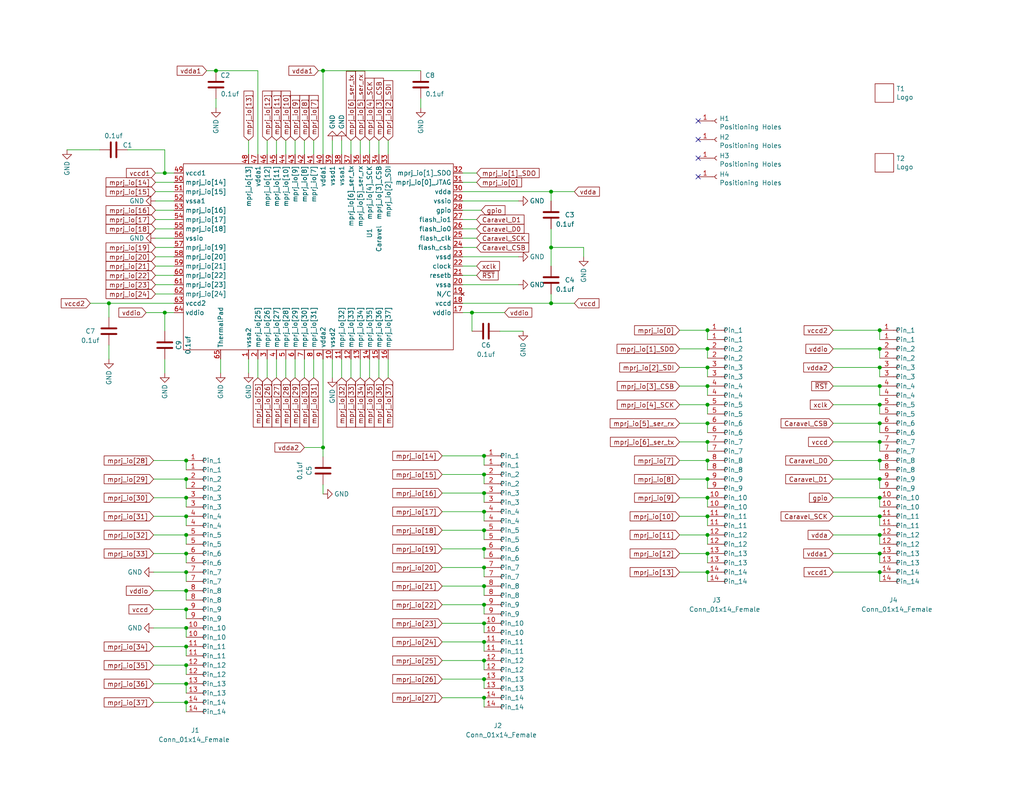
<source format=kicad_sch>
(kicad_sch (version 20211123) (generator eeschema)
  (paper "A")
  (lib_symbols
    (symbol "Caravel:Logo" (pin_names (offset 1.016))
      (property "Reference" "T" (at -1.27 2.54 0))
      (property "Value" "Logo" (at 1.27 -1.27 0))
      (symbol "Logo_0_1"
        (rectangle (start -1.27 1.27) (end 3.81 -3.81))
      )
    )
    (symbol "Caravel_board:Caravel"
      (property "Reference" "U" (at 0 0 0))
      (property "Value" "Caravel" (at 0 0 0))
      (symbol "Caravel_0_1"
        (rectangle (start -26.67 40.64) (end 24.13 -33.02))
      )
      (symbol "Caravel_1_1"
        (pin power_in line (at -29.21 22.86 0) (length 2.54) (name "vssa2") (number "1"))
        (pin power_in line (at -29.21 0 0) (length 2.54) (name "vssd2") (number "10"))
        (pin bidirectional line (at -29.21 -2.54 0) (length 2.54) (name "mprj_io[32]") (number "11"))
        (pin bidirectional line (at -29.21 -5.08 0) (length 2.54) (name "mprj_io[33]") (number "12"))
        (pin bidirectional line (at -29.21 -7.62 0) (length 2.54) (name "mprj_io[34]") (number "13"))
        (pin bidirectional line (at -29.21 -10.16 0) (length 2.54) (name "mprj_io[35]") (number "14"))
        (pin bidirectional line (at -29.21 -12.7 0) (length 2.54) (name "mprj_io[36]") (number "15"))
        (pin bidirectional line (at -29.21 -15.24 0) (length 2.54) (name "mprj_io[37]") (number "16"))
        (pin power_in line (at -16.51 -35.56 90) (length 2.54) (name "vddio") (number "17"))
        (pin power_in line (at -13.97 -35.56 90) (length 2.54) (name "vccd") (number "18"))
        (pin no_connect line (at -11.43 -35.56 90) (length 2.54) (name "N/C") (number "19"))
        (pin bidirectional line (at -29.21 20.32 0) (length 2.54) (name "mprj_io[25]") (number "2"))
        (pin power_in line (at -8.89 -35.56 90) (length 2.54) (name "vssa") (number "20"))
        (pin input line (at -6.35 -35.56 90) (length 2.54) (name "resetb") (number "21"))
        (pin input line (at -3.81 -35.56 90) (length 2.54) (name "clock") (number "22"))
        (pin power_in line (at -1.27 -35.56 90) (length 2.54) (name "vssd") (number "23"))
        (pin output line (at 1.27 -35.56 90) (length 2.54) (name "flash_csb") (number "24"))
        (pin output line (at 3.81 -35.56 90) (length 2.54) (name "flash_clk") (number "25"))
        (pin bidirectional line (at 6.35 -35.56 90) (length 2.54) (name "flash_io0") (number "26"))
        (pin bidirectional line (at 8.89 -35.56 90) (length 2.54) (name "flash_io1") (number "27"))
        (pin bidirectional line (at 11.43 -35.56 90) (length 2.54) (name "gpio") (number "28"))
        (pin power_in line (at 13.97 -35.56 90) (length 2.54) (name "vssio") (number "29"))
        (pin bidirectional line (at -29.21 17.78 0) (length 2.54) (name "mprj_io[26]") (number "3"))
        (pin power_in line (at 16.51 -35.56 90) (length 2.54) (name "vdda") (number "30"))
        (pin bidirectional line (at 19.05 -35.56 90) (length 2.54) (name "mprj_io[0]_JTAG") (number "31"))
        (pin bidirectional line (at 21.59 -35.56 90) (length 2.54) (name "mprj_io[1]_SDO") (number "32"))
        (pin bidirectional line (at 26.67 -15.24 180) (length 2.54) (name "mprj_io[2]_SDI") (number "33"))
        (pin bidirectional line (at 26.67 -12.7 180) (length 2.54) (name "mprj_io[3]_CSB") (number "34"))
        (pin bidirectional line (at 26.67 -10.16 180) (length 2.54) (name "mprj_io[4]_SCK") (number "35"))
        (pin bidirectional line (at 26.67 -7.62 180) (length 2.54) (name "mprj_io[5]_ser_rx") (number "36"))
        (pin bidirectional line (at 26.67 -5.08 180) (length 2.54) (name "mprj_io[6]_ser_tx") (number "37"))
        (pin power_in line (at 26.67 -2.54 180) (length 2.54) (name "vssa1") (number "38"))
        (pin power_in line (at 26.67 0 180) (length 2.54) (name "vssd1") (number "39"))
        (pin bidirectional line (at -29.21 15.24 0) (length 2.54) (name "mprj_io[27]") (number "4"))
        (pin power_in line (at 26.67 2.54 180) (length 2.54) (name "vdda1") (number "40"))
        (pin bidirectional line (at 26.67 5.08 180) (length 2.54) (name "mprj_io[7]") (number "41"))
        (pin bidirectional line (at 26.67 7.62 180) (length 2.54) (name "mprj_io[8]") (number "42"))
        (pin bidirectional line (at 26.67 10.16 180) (length 2.54) (name "mprj_io[9]") (number "43"))
        (pin bidirectional line (at 26.67 12.7 180) (length 2.54) (name "mprj_io[10]") (number "44"))
        (pin bidirectional line (at 26.67 15.24 180) (length 2.54) (name "mprj_io[11]") (number "45"))
        (pin bidirectional line (at 26.67 17.78 180) (length 2.54) (name "mprj_io[12]") (number "46"))
        (pin power_in line (at 26.67 20.32 180) (length 2.54) (name "vdda1") (number "47"))
        (pin bidirectional line (at 26.67 22.86 180) (length 2.54) (name "mprj_io[13]") (number "48"))
        (pin power_in line (at 21.59 43.18 270) (length 2.54) (name "vccd1") (number "49"))
        (pin bidirectional line (at -29.21 12.7 0) (length 2.54) (name "mprj_io[28]") (number "5"))
        (pin bidirectional line (at 19.05 43.18 270) (length 2.54) (name "mprj_io[14]") (number "50"))
        (pin bidirectional line (at 16.51 43.18 270) (length 2.54) (name "mprj_io[15]") (number "51"))
        (pin power_in line (at 13.97 43.18 270) (length 2.54) (name "vssa1") (number "52"))
        (pin bidirectional line (at 11.43 43.18 270) (length 2.54) (name "mprj_io[16]") (number "53"))
        (pin bidirectional line (at 8.89 43.18 270) (length 2.54) (name "mprj_io[17]") (number "54"))
        (pin bidirectional line (at 6.35 43.18 270) (length 2.54) (name "mprj_io[18]") (number "55"))
        (pin power_in line (at 3.81 43.18 270) (length 2.54) (name "vssio") (number "56"))
        (pin bidirectional line (at 1.27 43.18 270) (length 2.54) (name "mprj_io[19]") (number "57"))
        (pin bidirectional line (at -1.27 43.18 270) (length 2.54) (name "mprj_io[20]") (number "58"))
        (pin bidirectional line (at -3.81 43.18 270) (length 2.54) (name "mprj_io[21]") (number "59"))
        (pin bidirectional line (at -29.21 10.16 0) (length 2.54) (name "mprj_io[29]") (number "6"))
        (pin bidirectional line (at -6.35 43.18 270) (length 2.54) (name "mprj_io[22]") (number "60"))
        (pin bidirectional line (at -8.89 43.18 270) (length 2.54) (name "mprj_io[23]") (number "61"))
        (pin bidirectional line (at -11.43 43.18 270) (length 2.54) (name "mprj_io[24]") (number "62"))
        (pin power_in line (at -13.97 43.18 270) (length 2.54) (name "vccd2") (number "63"))
        (pin power_in line (at -16.51 43.18 270) (length 2.54) (name "vddio") (number "64"))
        (pin power_in line (at -29.21 30.48 0) (length 2.54) (name "ThermalPad") (number "65"))
        (pin bidirectional line (at -29.21 7.62 0) (length 2.54) (name "mprj_io[30]") (number "7"))
        (pin bidirectional line (at -29.21 5.08 0) (length 2.54) (name "mprj_io[31]") (number "8"))
        (pin power_in line (at -29.21 2.54 0) (length 2.54) (name "vdda2") (number "9"))
      )
    )
    (symbol "Caravel_board:caravel_breakout_connectors_1x14"
      (property "Reference" "J" (at 0 -30.48 0))
      (property "Value" "caravel_breakout_connectors_1x14" (at 0 0 0))
      (symbol "caravel_breakout_connectors_1x14_1_1"
        (arc (start 0 -32.512) (mid -0.508 -33.02) (end 0 -33.528) (stroke (width 0.1524)))
        (arc (start 0 -29.972) (mid -0.508 -30.48) (end 0 -30.988) (stroke (width 0.1524)))
        (arc (start 0 -27.432) (mid -0.508 -27.94) (end 0 -28.448) (stroke (width 0.1524)))
        (arc (start 0 -24.892) (mid -0.508 -25.4) (end 0 -25.908) (stroke (width 0.1524)))
        (arc (start 0 -22.352) (mid -0.508 -22.86) (end 0 -23.368) (stroke (width 0.1524)))
        (arc (start 0 -19.812) (mid -0.508 -20.32) (end 0 -20.828) (stroke (width 0.1524)))
        (arc (start 0 -17.272) (mid -0.508 -17.78) (end 0 -18.288) (stroke (width 0.1524)))
        (arc (start 0 -14.732) (mid -0.508 -15.24) (end 0 -15.748) (stroke (width 0.1524)))
        (arc (start 0 -12.192) (mid -0.508 -12.7) (end 0 -13.208) (stroke (width 0.1524)))
        (arc (start 0 -9.652) (mid -0.508 -10.16) (end 0 -10.668) (stroke (width 0.1524)))
        (arc (start 0 -7.112) (mid -0.508 -7.62) (end 0 -8.128) (stroke (width 0.1524)))
        (arc (start 0 -4.572) (mid -0.508 -5.08) (end 0 -5.588) (stroke (width 0.1524)))
        (arc (start 0 -2.032) (mid -0.508 -2.54) (end 0 -3.048) (stroke (width 0.1524)))
        (polyline (pts (xy -1.27 -33.02) (xy -0.508 -33.02)) (stroke (width 0.1524)))
        (polyline (pts (xy -1.27 -30.48) (xy -0.508 -30.48)) (stroke (width 0.1524)))
        (polyline (pts (xy -1.27 -27.94) (xy -0.508 -27.94)) (stroke (width 0.1524)))
        (polyline (pts (xy -1.27 -25.4) (xy -0.508 -25.4)) (stroke (width 0.1524)))
        (polyline (pts (xy -1.27 -22.86) (xy -0.508 -22.86)) (stroke (width 0.1524)))
        (polyline (pts (xy -1.27 -20.32) (xy -0.508 -20.32)) (stroke (width 0.1524)))
        (polyline (pts (xy -1.27 -17.78) (xy -0.508 -17.78)) (stroke (width 0.1524)))
        (polyline (pts (xy -1.27 -15.24) (xy -0.508 -15.24)) (stroke (width 0.1524)))
        (polyline (pts (xy -1.27 -12.7) (xy -0.508 -12.7)) (stroke (width 0.1524)))
        (polyline (pts (xy -1.27 -10.16) (xy -0.508 -10.16)) (stroke (width 0.1524)))
        (polyline (pts (xy -1.27 -7.62) (xy -0.508 -7.62)) (stroke (width 0.1524)))
        (polyline (pts (xy -1.27 -5.08) (xy -0.508 -5.08)) (stroke (width 0.1524)))
        (polyline (pts (xy -1.27 -2.54) (xy -0.508 -2.54)) (stroke (width 0.1524)))
        (polyline (pts (xy -1.27 0) (xy -0.508 0)) (stroke (width 0.1524)))
        (polyline (pts (xy -1.27 2.54) (xy -0.508 2.54)) (stroke (width 0.1524)))
        (polyline (pts (xy -1.27 5.08) (xy -0.508 5.08)) (stroke (width 0.1524)))
        (polyline (pts (xy -1.27 7.62) (xy -0.508 7.62)) (stroke (width 0.1524)))
        (polyline (pts (xy -1.27 10.16) (xy -0.508 10.16)) (stroke (width 0.1524)))
        (polyline (pts (xy -1.27 12.7) (xy -0.508 12.7)) (stroke (width 0.1524)))
        (polyline (pts (xy -1.27 15.24) (xy -0.508 15.24)) (stroke (width 0.1524)))
        (polyline (pts (xy -1.27 17.78) (xy -0.508 17.78)) (stroke (width 0.1524)))
        (polyline (pts (xy -1.27 20.32) (xy -0.508 20.32)) (stroke (width 0.1524)))
        (polyline (pts (xy -1.27 22.86) (xy -0.508 22.86)) (stroke (width 0.1524)))
        (polyline (pts (xy -1.27 25.4) (xy -0.508 25.4)) (stroke (width 0.1524)))
        (polyline (pts (xy -1.27 27.94) (xy -0.508 27.94)) (stroke (width 0.1524)))
        (polyline (pts (xy -1.27 30.48) (xy -0.508 30.48)) (stroke (width 0.1524)))
        (polyline (pts (xy -1.27 33.02) (xy -0.508 33.02)) (stroke (width 0.1524)))
        (polyline (pts (xy -1.27 35.56) (xy -0.508 35.56)) (stroke (width 0.1524)))
        (arc (start 0 0.508) (mid -0.508 0) (end 0 -0.508) (stroke (width 0.1524)))
        (arc (start 0 3.048) (mid -0.508 2.54) (end 0 2.032) (stroke (width 0.1524)))
        (arc (start 0 5.588) (mid -0.508 5.08) (end 0 4.572) (stroke (width 0.1524)))
        (arc (start 0 8.128) (mid -0.508 7.62) (end 0 7.112) (stroke (width 0.1524)))
        (arc (start 0 10.668) (mid -0.508 10.16) (end 0 9.652) (stroke (width 0.1524)))
        (arc (start 0 13.208) (mid -0.508 12.7) (end 0 12.192) (stroke (width 0.1524)))
        (arc (start 0 15.748) (mid -0.508 15.24) (end 0 14.732) (stroke (width 0.1524)))
        (arc (start 0 18.288) (mid -0.508 17.78) (end 0 17.272) (stroke (width 0.1524)))
        (arc (start 0 20.828) (mid -0.508 20.32) (end 0 19.812) (stroke (width 0.1524)))
        (arc (start 0 23.368) (mid -0.508 22.86) (end 0 22.352) (stroke (width 0.1524)))
        (arc (start 0 25.908) (mid -0.508 25.4) (end 0 24.892) (stroke (width 0.1524)))
        (arc (start 0 28.448) (mid -0.508 27.94) (end 0 27.432) (stroke (width 0.1524)))
        (arc (start 0 30.988) (mid -0.508 30.48) (end 0 29.972) (stroke (width 0.1524)))
        (arc (start 0 33.528) (mid -0.508 33.02) (end 0 32.512) (stroke (width 0.1524)))
        (arc (start 0 36.068) (mid -0.508 35.56) (end 0 35.052) (stroke (width 0.1524)))
        (pin passive line (at -5.08 33.02 0) (length 3.81) (name "Pin_1") (number "1"))
        (pin passive line (at -5.08 35.56 0) (length 3.81) (name "Pin_1") (number "1"))
        (pin passive line (at -5.08 -12.7 0) (length 3.81) (name "Pin_10") (number "10"))
        (pin passive line (at -5.08 -10.16 0) (length 3.81) (name "Pin_10") (number "10"))
        (pin passive line (at -5.08 -17.78 0) (length 3.81) (name "Pin_11") (number "11"))
        (pin passive line (at -5.08 -15.24 0) (length 3.81) (name "Pin_11") (number "11"))
        (pin passive line (at -5.08 -22.86 0) (length 3.81) (name "Pin_12") (number "12"))
        (pin passive line (at -5.08 -20.32 0) (length 3.81) (name "Pin_12") (number "12"))
        (pin passive line (at -5.08 -27.94 0) (length 3.81) (name "Pin_13") (number "13"))
        (pin passive line (at -5.08 -25.4 0) (length 3.81) (name "Pin_13") (number "13"))
        (pin passive line (at -5.08 -33.02 0) (length 3.81) (name "Pin_14") (number "14"))
        (pin passive line (at -5.08 -30.48 0) (length 3.81) (name "Pin_14") (number "14"))
        (pin passive line (at -5.08 27.94 0) (length 3.81) (name "Pin_2") (number "2"))
        (pin passive line (at -5.08 30.48 0) (length 3.81) (name "Pin_2") (number "2"))
        (pin passive line (at -5.08 22.86 0) (length 3.81) (name "Pin_3") (number "3"))
        (pin passive line (at -5.08 25.4 0) (length 3.81) (name "Pin_3") (number "3"))
        (pin passive line (at -5.08 17.78 0) (length 3.81) (name "Pin_4") (number "4"))
        (pin passive line (at -5.08 20.32 0) (length 3.81) (name "Pin_4") (number "4"))
        (pin passive line (at -5.08 12.7 0) (length 3.81) (name "Pin_5") (number "5"))
        (pin passive line (at -5.08 15.24 0) (length 3.81) (name "Pin_5") (number "5"))
        (pin passive line (at -5.08 7.62 0) (length 3.81) (name "Pin_6") (number "6"))
        (pin passive line (at -5.08 10.16 0) (length 3.81) (name "Pin_6") (number "6"))
        (pin passive line (at -5.08 2.54 0) (length 3.81) (name "Pin_7") (number "7"))
        (pin passive line (at -5.08 5.08 0) (length 3.81) (name "Pin_7") (number "7"))
        (pin passive line (at -5.08 -2.54 0) (length 3.81) (name "Pin_8") (number "8"))
        (pin passive line (at -5.08 0 0) (length 3.81) (name "Pin_8") (number "8"))
        (pin passive line (at -5.08 -7.62 0) (length 3.81) (name "Pin_9") (number "9"))
        (pin passive line (at -5.08 -5.08 0) (length 3.81) (name "Pin_9") (number "9"))
      )
    )
    (symbol "Connector:Conn_01x01_Female" (pin_names (offset 1.016) hide)
      (property "Reference" "J" (at 0 2.54 0))
      (property "Value" "Conn_01x01_Female" (at 0 -2.54 0))
      (symbol "Conn_01x01_Female_1_1"
        (polyline (pts (xy -1.27 0) (xy -0.508 0)) (stroke (width 0.1524)))
        (arc (start 0 0.508) (mid -0.508 0) (end 0 -0.508) (stroke (width 0.1524)))
        (pin passive line (at -5.08 0 0) (length 3.81) (name "Pin_1") (number "1"))
      )
    )
    (symbol "Device:C" (pin_numbers hide) (pin_names (offset 0.254))
      (property "Reference" "C" (at 0.635 2.54 0))
      (property "Value" "C" (at 0.635 -2.54 0))
      (symbol "C_0_1"
        (polyline (pts (xy -2.032 -0.762) (xy 2.032 -0.762)) (stroke (width 0.508)))
        (polyline (pts (xy -2.032 0.762) (xy 2.032 0.762)) (stroke (width 0.508)))
      )
      (symbol "C_1_1"
        (pin passive line (at 0 3.81 270) (length 2.794) (name "~") (number "1"))
        (pin passive line (at 0 -3.81 90) (length 2.794) (name "~") (number "2"))
      )
    )
    (symbol "power:GND" (power) (pin_names (offset 0))
      (property "Value" "GND" (at 0 -3.81 0))
      (symbol "GND_0_1"
        (polyline (pts (xy 0 0) (xy 0 -1.27) (xy 1.27 -1.27) (xy 0 -2.54) (xy -1.27 -1.27) (xy 0 -1.27)))
      )
      (symbol "GND_1_1"
        (pin power_in line (at 0 0 270) (length 0) hide (name "GND") (number "1"))
      )
    )
  )
  (junction (at 193.04 90.17))
  (junction (at 88.138 122.174))
  (junction (at 240.03 140.97))
  (junction (at 132.08 175.26))
  (junction (at 50.8 130.81))
  (junction (at 50.8 161.29))
  (junction (at 128.778 85.344))
  (junction (at 44.958 85.344))
  (junction (at 29.718 82.804))
  (junction (at 193.04 140.97))
  (junction (at 88.138 19.304))
  (junction (at 50.8 176.53))
  (junction (at 193.04 125.73))
  (junction (at 193.04 95.25))
  (junction (at 44.958 47.244))
  (junction (at 50.8 151.13))
  (junction (at 240.03 100.33))
  (junction (at 240.03 135.89))
  (junction (at 240.03 130.81))
  (junction (at 50.8 166.37))
  (junction (at 132.08 170.18))
  (junction (at 132.08 144.78))
  (junction (at 132.08 185.42))
  (junction (at 240.03 156.21))
  (junction (at 193.04 130.81))
  (junction (at 240.03 125.73))
  (junction (at 150.368 67.564))
  (junction (at 132.08 190.5))
  (junction (at 193.04 156.21))
  (junction (at 132.08 160.02))
  (junction (at 150.368 52.324))
  (junction (at 50.8 191.77))
  (junction (at 132.08 139.7))
  (junction (at 240.03 115.57))
  (junction (at 132.08 149.86))
  (junction (at 132.08 165.1))
  (junction (at 240.03 90.17))
  (junction (at 132.08 154.94))
  (junction (at 132.08 124.46))
  (junction (at 193.04 120.65))
  (junction (at 58.928 19.304))
  (junction (at 240.03 95.25))
  (junction (at 50.8 156.21))
  (junction (at 240.03 110.49))
  (junction (at 150.368 82.804))
  (junction (at 193.04 146.05))
  (junction (at 240.03 146.05))
  (junction (at 50.8 135.89))
  (junction (at 240.03 105.41))
  (junction (at 240.03 120.65))
  (junction (at 193.04 100.33))
  (junction (at 193.04 135.89))
  (junction (at 132.08 129.54))
  (junction (at 240.03 151.13))
  (junction (at 50.8 186.69))
  (junction (at 193.04 115.57))
  (junction (at 132.08 180.34))
  (junction (at 50.8 140.97))
  (junction (at 50.8 171.45))
  (junction (at 132.08 134.62))
  (junction (at 193.04 110.49))
  (junction (at 50.8 146.05))
  (junction (at 50.8 181.61))
  (junction (at 193.04 151.13))
  (junction (at 193.04 105.41))
  (junction (at 50.8 125.73))
  (no_connect (at 190.5 43.18))
  (no_connect (at 190.5 48.26))
  (no_connect (at 190.5 38.1))
  (no_connect (at 190.5 33.02))
  (wire (pts (xy 132.08 170.18) (xy 132.08 172.72)))
  (wire (pts (xy 50.8 181.61) (xy 50.8 184.15)))
  (wire (pts (xy 240.03 158.75) (xy 240.03 156.21)))
  (wire (pts (xy 240.03 138.43) (xy 240.03 135.89)))
  (wire (pts (xy 193.04 146.05) (xy 193.04 148.59)))
  (wire (pts (xy 132.08 129.54) (xy 120.65 129.54)))
  (wire (pts (xy 100.838 38.354) (xy 100.838 42.164)))
  (wire (pts (xy 185.42 156.21) (xy 193.04 156.21)))
  (wire (pts (xy 44.958 85.344) (xy 44.958 90.424)))
  (wire (pts (xy 83.058 103.124) (xy 83.058 98.044)))
  (wire (pts (xy 193.04 107.95) (xy 193.04 105.41)))
  (wire (pts (xy 50.8 161.29) (xy 41.91 161.29)))
  (wire (pts (xy 88.138 124.714) (xy 88.138 122.174)))
  (wire (pts (xy 193.04 113.03) (xy 193.04 110.49)))
  (wire (pts (xy 50.8 151.13) (xy 50.8 153.67)))
  (wire (pts (xy 120.65 190.5) (xy 132.08 190.5)))
  (wire (pts (xy 44.958 98.044) (xy 44.958 101.854)))
  (wire (pts (xy 29.718 82.804) (xy 47.498 82.804)))
  (wire (pts (xy 131.318 57.404) (xy 126.238 57.404)))
  (wire (pts (xy 193.04 135.89) (xy 193.04 138.43)))
  (wire (pts (xy 47.498 77.724) (xy 42.418 77.724)))
  (wire (pts (xy 47.498 62.484) (xy 42.418 62.484)))
  (wire (pts (xy 47.498 75.184) (xy 42.418 75.184)))
  (wire (pts (xy 193.04 123.19) (xy 193.04 120.65)))
  (wire (pts (xy 50.8 130.81) (xy 50.8 133.35)))
  (wire (pts (xy 227.33 110.49) (xy 240.03 110.49)))
  (wire (pts (xy 47.498 72.644) (xy 42.418 72.644)))
  (wire (pts (xy 150.368 67.564) (xy 159.258 67.564)))
  (wire (pts (xy 93.218 103.124) (xy 93.218 98.044)))
  (wire (pts (xy 185.42 115.57) (xy 193.04 115.57)))
  (wire (pts (xy 98.298 103.124) (xy 98.298 98.044)))
  (wire (pts (xy 126.238 52.324) (xy 150.368 52.324)))
  (wire (pts (xy 240.03 118.11) (xy 240.03 115.57)))
  (wire (pts (xy 50.8 191.77) (xy 50.8 194.31)))
  (wire (pts (xy 50.8 166.37) (xy 41.91 166.37)))
  (wire (pts (xy 185.42 100.33) (xy 193.04 100.33)))
  (wire (pts (xy 240.03 143.51) (xy 240.03 140.97)))
  (wire (pts (xy 50.8 156.21) (xy 41.91 156.21)))
  (wire (pts (xy 132.08 160.02) (xy 120.65 160.02)))
  (wire (pts (xy 41.91 130.81) (xy 50.8 130.81)))
  (wire (pts (xy 227.33 151.13) (xy 240.03 151.13)))
  (wire (pts (xy 50.8 125.73) (xy 50.8 128.27)))
  (wire (pts (xy 240.03 102.87) (xy 240.03 100.33)))
  (wire (pts (xy 227.33 115.57) (xy 240.03 115.57)))
  (wire (pts (xy 227.33 120.65) (xy 240.03 120.65)))
  (wire (pts (xy 227.33 146.05) (xy 240.03 146.05)))
  (wire (pts (xy 193.04 133.35) (xy 193.04 130.81)))
  (wire (pts (xy 50.8 171.45) (xy 41.91 171.45)))
  (wire (pts (xy 88.138 132.334) (xy 88.138 134.874)))
  (wire (pts (xy 185.42 95.25) (xy 193.04 95.25)))
  (wire (pts (xy 42.418 65.024) (xy 47.498 65.024)))
  (wire (pts (xy 132.08 149.86) (xy 132.08 152.4)))
  (wire (pts (xy 88.138 19.304) (xy 114.808 19.304)))
  (wire (pts (xy 77.978 103.124) (xy 77.978 98.044)))
  (wire (pts (xy 105.918 103.124) (xy 105.918 98.044)))
  (wire (pts (xy 41.91 181.61) (xy 50.8 181.61)))
  (wire (pts (xy 120.65 175.26) (xy 132.08 175.26)))
  (wire (pts (xy 58.928 19.304) (xy 56.388 19.304)))
  (wire (pts (xy 132.08 165.1) (xy 132.08 167.64)))
  (wire (pts (xy 100.838 103.124) (xy 100.838 98.044)))
  (wire (pts (xy 156.718 52.324) (xy 150.368 52.324)))
  (wire (pts (xy 41.91 191.77) (xy 50.8 191.77)))
  (wire (pts (xy 128.778 85.344) (xy 126.238 85.344)))
  (wire (pts (xy 47.498 67.564) (xy 42.418 67.564)))
  (wire (pts (xy 83.058 38.354) (xy 83.058 42.164)))
  (wire (pts (xy 50.8 146.05) (xy 50.8 148.59)))
  (wire (pts (xy 70.358 42.164) (xy 70.358 19.304)))
  (wire (pts (xy 88.138 98.044) (xy 88.138 122.174)))
  (wire (pts (xy 105.918 42.164) (xy 105.918 38.354)))
  (wire (pts (xy 240.03 113.03) (xy 240.03 110.49)))
  (wire (pts (xy 80.518 38.354) (xy 80.518 42.164)))
  (wire (pts (xy 47.498 49.784) (xy 42.418 49.784)))
  (wire (pts (xy 132.08 149.86) (xy 120.65 149.86)))
  (wire (pts (xy 88.138 122.174) (xy 83.058 122.174)))
  (wire (pts (xy 50.8 186.69) (xy 41.91 186.69)))
  (wire (pts (xy 50.8 140.97) (xy 50.8 143.51)))
  (wire (pts (xy 193.04 128.27) (xy 193.04 125.73)))
  (wire (pts (xy 227.33 130.81) (xy 240.03 130.81)))
  (wire (pts (xy 44.958 85.344) (xy 47.498 85.344)))
  (wire (pts (xy 142.748 90.424) (xy 136.398 90.424)))
  (wire (pts (xy 150.368 62.484) (xy 150.368 67.564)))
  (wire (pts (xy 193.04 97.79) (xy 193.04 95.25)))
  (wire (pts (xy 39.878 85.344) (xy 44.958 85.344)))
  (wire (pts (xy 29.718 82.804) (xy 24.638 82.804)))
  (wire (pts (xy 193.04 151.13) (xy 193.04 153.67)))
  (wire (pts (xy 240.03 123.19) (xy 240.03 120.65)))
  (wire (pts (xy 50.8 135.89) (xy 50.8 138.43)))
  (wire (pts (xy 60.198 98.044) (xy 60.198 101.854)))
  (wire (pts (xy 193.04 92.71) (xy 193.04 90.17)))
  (wire (pts (xy 44.958 47.244) (xy 47.498 47.244)))
  (wire (pts (xy 193.04 156.21) (xy 193.04 158.75)))
  (wire (pts (xy 240.03 107.95) (xy 240.03 105.41)))
  (wire (pts (xy 114.808 29.464) (xy 114.808 26.924)))
  (wire (pts (xy 185.42 120.65) (xy 193.04 120.65)))
  (wire (pts (xy 132.08 190.5) (xy 132.08 193.04)))
  (wire (pts (xy 132.08 175.26) (xy 132.08 177.8)))
  (wire (pts (xy 132.08 134.62) (xy 132.08 137.16)))
  (wire (pts (xy 130.048 67.564) (xy 126.238 67.564)))
  (wire (pts (xy 150.368 67.564) (xy 150.368 72.644)))
  (wire (pts (xy 70.358 19.304) (xy 58.928 19.304)))
  (wire (pts (xy 29.718 82.804) (xy 29.718 86.614)))
  (wire (pts (xy 88.138 19.304) (xy 88.138 42.164)))
  (wire (pts (xy 141.478 54.864) (xy 126.238 54.864)))
  (wire (pts (xy 128.778 85.344) (xy 137.668 85.344)))
  (wire (pts (xy 185.42 151.13) (xy 193.04 151.13)))
  (wire (pts (xy 193.04 118.11) (xy 193.04 115.57)))
  (wire (pts (xy 185.42 110.49) (xy 193.04 110.49)))
  (wire (pts (xy 98.298 38.354) (xy 98.298 42.164)))
  (wire (pts (xy 132.08 185.42) (xy 132.08 187.96)))
  (wire (pts (xy 130.048 49.784) (xy 126.238 49.784)))
  (wire (pts (xy 185.42 135.89) (xy 193.04 135.89)))
  (wire (pts (xy 50.8 176.53) (xy 50.8 179.07)))
  (wire (pts (xy 130.048 62.484) (xy 126.238 62.484)))
  (wire (pts (xy 93.218 38.354) (xy 93.218 42.164)))
  (wire (pts (xy 72.898 103.124) (xy 72.898 98.044)))
  (wire (pts (xy 130.048 59.944) (xy 126.238 59.944)))
  (wire (pts (xy 150.368 52.324) (xy 150.368 54.864)))
  (wire (pts (xy 132.08 180.34) (xy 132.08 182.88)))
  (wire (pts (xy 42.418 47.244) (xy 44.958 47.244)))
  (wire (pts (xy 227.33 100.33) (xy 240.03 100.33)))
  (wire (pts (xy 47.498 80.264) (xy 42.418 80.264)))
  (wire (pts (xy 85.598 38.354) (xy 85.598 42.164)))
  (wire (pts (xy 50.8 156.21) (xy 50.8 158.75)))
  (wire (pts (xy 44.958 40.894) (xy 34.798 40.894)))
  (wire (pts (xy 128.778 85.344) (xy 128.778 90.424)))
  (wire (pts (xy 50.8 186.69) (xy 50.8 189.23)))
  (wire (pts (xy 103.378 38.354) (xy 103.378 42.164)))
  (wire (pts (xy 185.42 105.41) (xy 193.04 105.41)))
  (wire (pts (xy 75.438 103.124) (xy 75.438 98.044)))
  (wire (pts (xy 47.498 70.104) (xy 42.418 70.104)))
  (wire (pts (xy 58.928 29.464) (xy 58.928 26.924)))
  (wire (pts (xy 185.42 140.97) (xy 193.04 140.97)))
  (wire (pts (xy 47.498 57.404) (xy 42.418 57.404)))
  (wire (pts (xy 240.03 92.71) (xy 240.03 90.17)))
  (wire (pts (xy 67.818 38.354) (xy 67.818 42.164)))
  (wire (pts (xy 44.958 47.244) (xy 44.958 40.894)))
  (wire (pts (xy 150.368 82.804) (xy 126.238 82.804)))
  (wire (pts (xy 132.08 154.94) (xy 132.08 157.48)))
  (wire (pts (xy 103.378 103.124) (xy 103.378 98.044)))
  (wire (pts (xy 132.08 139.7) (xy 120.65 139.7)))
  (wire (pts (xy 240.03 153.67) (xy 240.03 151.13)))
  (wire (pts (xy 132.08 170.18) (xy 120.65 170.18)))
  (wire (pts (xy 240.03 133.35) (xy 240.03 130.81)))
  (wire (pts (xy 240.03 148.59) (xy 240.03 146.05)))
  (wire (pts (xy 132.08 144.78) (xy 120.65 144.78)))
  (wire (pts (xy 42.418 54.864) (xy 47.498 54.864)))
  (wire (pts (xy 227.33 135.89) (xy 240.03 135.89)))
  (wire (pts (xy 227.33 140.97) (xy 240.03 140.97)))
  (wire (pts (xy 227.33 156.21) (xy 240.03 156.21)))
  (wire (pts (xy 132.08 160.02) (xy 132.08 162.56)))
  (wire (pts (xy 95.758 38.354) (xy 95.758 42.164)))
  (wire (pts (xy 227.33 105.41) (xy 240.03 105.41)))
  (wire (pts (xy 18.288 40.894) (xy 27.178 40.894)))
  (wire (pts (xy 67.818 98.044) (xy 67.818 101.854)))
  (wire (pts (xy 120.65 185.42) (xy 132.08 185.42)))
  (wire (pts (xy 130.048 65.024) (xy 126.238 65.024)))
  (wire (pts (xy 50.8 171.45) (xy 50.8 173.99)))
  (wire (pts (xy 47.498 59.944) (xy 42.418 59.944)))
  (wire (pts (xy 41.91 135.89) (xy 50.8 135.89)))
  (wire (pts (xy 150.368 80.264) (xy 150.368 82.804)))
  (wire (pts (xy 130.048 47.244) (xy 126.238 47.244)))
  (wire (pts (xy 141.478 77.724) (xy 126.238 77.724)))
  (wire (pts (xy 50.8 166.37) (xy 50.8 168.91)))
  (wire (pts (xy 132.08 124.46) (xy 132.08 127)))
  (wire (pts (xy 141.478 70.104) (xy 126.238 70.104)))
  (wire (pts (xy 41.91 125.73) (xy 50.8 125.73)))
  (wire (pts (xy 75.438 38.354) (xy 75.438 42.164)))
  (wire (pts (xy 185.42 130.81) (xy 193.04 130.81)))
  (wire (pts (xy 41.91 146.05) (xy 50.8 146.05)))
  (wire (pts (xy 156.718 82.804) (xy 150.368 82.804)))
  (wire (pts (xy 132.08 180.34) (xy 120.65 180.34)))
  (wire (pts (xy 80.518 103.124) (xy 80.518 98.044)))
  (wire (pts (xy 85.598 103.124) (xy 85.598 98.044)))
  (wire (pts (xy 90.678 98.044) (xy 90.678 103.124)))
  (wire (pts (xy 185.42 146.05) (xy 193.04 146.05)))
  (wire (pts (xy 185.42 90.17) (xy 193.04 90.17)))
  (wire (pts (xy 132.08 139.7) (xy 132.08 142.24)))
  (wire (pts (xy 88.138 19.304) (xy 86.868 19.304)))
  (wire (pts (xy 240.03 128.27) (xy 240.03 125.73)))
  (wire (pts (xy 70.358 103.124) (xy 70.358 98.044)))
  (wire (pts (xy 95.758 103.124) (xy 95.758 98.044)))
  (wire (pts (xy 50.8 161.29) (xy 50.8 163.83)))
  (wire (pts (xy 227.33 125.73) (xy 240.03 125.73)))
  (wire (pts (xy 130.048 75.184) (xy 126.238 75.184)))
  (wire (pts (xy 193.04 140.97) (xy 193.04 143.51)))
  (wire (pts (xy 240.03 90.17) (xy 227.33 90.17)))
  (wire (pts (xy 193.04 102.87) (xy 193.04 100.33)))
  (wire (pts (xy 227.33 95.25) (xy 240.03 95.25)))
  (wire (pts (xy 41.91 140.97) (xy 50.8 140.97)))
  (wire (pts (xy 240.03 97.79) (xy 240.03 95.25)))
  (wire (pts (xy 132.08 144.78) (xy 132.08 147.32)))
  (wire (pts (xy 72.898 38.354) (xy 72.898 42.164)))
  (wire (pts (xy 120.65 165.1) (xy 132.08 165.1)))
  (wire (pts (xy 77.978 38.354) (xy 77.978 42.164)))
  (wire (pts (xy 41.91 176.53) (xy 50.8 176.53)))
  (wire (pts (xy 185.42 125.73) (xy 193.04 125.73)))
  (wire (pts (xy 41.91 151.13) (xy 50.8 151.13)))
  (wire (pts (xy 132.08 124.46) (xy 120.65 124.46)))
  (wire (pts (xy 132.08 134.62) (xy 120.65 134.62)))
  (wire (pts (xy 159.258 67.564) (xy 159.258 70.104)))
  (wire (pts (xy 132.08 129.54) (xy 132.08 132.08)))
  (wire (pts (xy 42.418 52.324) (xy 47.498 52.324)))
  (wire (pts (xy 132.08 154.94) (xy 120.65 154.94)))
  (wire (pts (xy 130.048 72.644) (xy 126.238 72.644)))
  (wire (pts (xy 29.718 94.234) (xy 29.718 98.044)))
  (wire (pts (xy 90.678 42.164) (xy 90.678 38.354)))
  (global_label "mprj_io[21]" (shape input) (at 120.65 160.02 180) (property "Intersheet References" "${INTERSHEET_REFS}" (effects hide)))
  (global_label "mprj_io[33]" (shape input) (at 95.758 103.124 270) (property "Intersheet References" "${INTERSHEET_REFS}" (effects hide)))
  (global_label "vdda1" (shape input) (at 56.388 19.304 180) (property "Intersheet References" "${INTERSHEET_REFS}" (effects hide)))
  (global_label "mprj_io[32]" (shape input) (at 93.218 103.124 270) (property "Intersheet References" "${INTERSHEET_REFS}" (effects hide)))
  (global_label "vdda" (shape input) (at 227.33 146.05 180) (property "Intersheet References" "${INTERSHEET_REFS}" (effects hide)))
  (global_label "vddio" (shape input) (at 41.91 161.29 180) (property "Intersheet References" "${INTERSHEET_REFS}" (effects hide)))
  (global_label "mprj_io[1]_SDO" (shape input) (at 185.42 95.25 180) (property "Intersheet References" "${INTERSHEET_REFS}" (effects hide)))
  (global_label "mprj_io[29]" (shape input) (at 80.518 103.124 270) (property "Intersheet References" "${INTERSHEET_REFS}" (effects hide)))
  (global_label "vccd" (shape input) (at 227.33 120.65 180) (property "Intersheet References" "${INTERSHEET_REFS}" (effects hide)))
  (global_label "vccd" (shape input) (at 41.91 166.37 180) (property "Intersheet References" "${INTERSHEET_REFS}" (effects hide)))
  (global_label "mprj_io[18]" (shape input) (at 42.418 62.484 180) (property "Intersheet References" "${INTERSHEET_REFS}" (effects hide)))
  (global_label "mprj_io[35]" (shape input) (at 100.838 103.124 270) (property "Intersheet References" "${INTERSHEET_REFS}" (effects hide)))
  (global_label "vdda" (shape input) (at 156.718 52.324 0) (property "Intersheet References" "${INTERSHEET_REFS}" (effects hide)))
  (global_label "mprj_io[3]_CSB" (shape input) (at 185.42 105.41 180) (property "Intersheet References" "${INTERSHEET_REFS}" (effects hide)))
  (global_label "mprj_io[0]" (shape input) (at 130.048 49.784 0) (property "Intersheet References" "${INTERSHEET_REFS}" (effects hide)))
  (global_label "mprj_io[36]" (shape input) (at 103.378 103.124 270) (property "Intersheet References" "${INTERSHEET_REFS}" (effects hide)))
  (global_label "vccd1" (shape input) (at 227.33 156.21 180) (property "Intersheet References" "${INTERSHEET_REFS}" (effects hide)))
  (global_label "vddio" (shape input) (at 39.878 85.344 180) (property "Intersheet References" "${INTERSHEET_REFS}" (effects hide)))
  (global_label "mprj_io[26]" (shape input) (at 72.898 103.124 270) (property "Intersheet References" "${INTERSHEET_REFS}" (effects hide)))
  (global_label "mprj_io[34]" (shape input) (at 98.298 103.124 270) (property "Intersheet References" "${INTERSHEET_REFS}" (effects hide)))
  (global_label "mprj_io[27]" (shape input) (at 75.438 103.124 270) (property "Intersheet References" "${INTERSHEET_REFS}" (effects hide)))
  (global_label "vddio" (shape input) (at 227.33 95.25 180) (property "Intersheet References" "${INTERSHEET_REFS}" (effects hide)))
  (global_label "mprj_io[24]" (shape input) (at 120.65 175.26 180) (property "Intersheet References" "${INTERSHEET_REFS}" (effects hide)))
  (global_label "mprj_io[34]" (shape input) (at 41.91 176.53 180) (property "Intersheet References" "${INTERSHEET_REFS}" (effects hide)))
  (global_label "~{RST}" (shape input) (at 227.33 105.41 180) (property "Intersheet References" "${INTERSHEET_REFS}" (effects hide)))
  (global_label "mprj_io[2]_SDI" (shape input) (at 105.918 38.354 90) (property "Intersheet References" "${INTERSHEET_REFS}" (effects hide)))
  (global_label "Caravel_CSB" (shape input) (at 130.048 67.564 0) (property "Intersheet References" "${INTERSHEET_REFS}" (effects hide)))
  (global_label "mprj_io[6]_ser_tx" (shape input) (at 185.42 120.65 180) (property "Intersheet References" "${INTERSHEET_REFS}" (effects hide)))
  (global_label "mprj_io[19]" (shape input) (at 42.418 67.564 180) (property "Intersheet References" "${INTERSHEET_REFS}" (effects hide)))
  (global_label "mprj_io[23]" (shape input) (at 120.65 170.18 180) (property "Intersheet References" "${INTERSHEET_REFS}" (effects hide)))
  (global_label "mprj_io[27]" (shape input) (at 120.65 190.5 180) (property "Intersheet References" "${INTERSHEET_REFS}" (effects hide)))
  (global_label "mprj_io[8]" (shape input) (at 83.058 38.354 90) (property "Intersheet References" "${INTERSHEET_REFS}" (effects hide)))
  (global_label "vddio" (shape input) (at 137.668 85.344 0) (property "Intersheet References" "${INTERSHEET_REFS}" (effects hide)))
  (global_label "Caravel_D0" (shape input) (at 130.048 62.484 0) (property "Intersheet References" "${INTERSHEET_REFS}" (effects hide)))
  (global_label "mprj_io[14]" (shape input) (at 42.418 49.784 180) (property "Intersheet References" "${INTERSHEET_REFS}" (effects hide)))
  (global_label "mprj_io[29]" (shape input) (at 41.91 130.81 180) (property "Intersheet References" "${INTERSHEET_REFS}" (effects hide)))
  (global_label "Caravel_D1" (shape input) (at 130.048 59.944 0) (property "Intersheet References" "${INTERSHEET_REFS}" (effects hide)))
  (global_label "mprj_io[25]" (shape input) (at 70.358 103.124 270) (property "Intersheet References" "${INTERSHEET_REFS}" (effects hide)))
  (global_label "gpio" (shape input) (at 227.33 135.89 180) (property "Intersheet References" "${INTERSHEET_REFS}" (effects hide)))
  (global_label "mprj_io[13]" (shape input) (at 67.818 38.354 90) (property "Intersheet References" "${INTERSHEET_REFS}" (effects hide)))
  (global_label "mprj_io[12]" (shape input) (at 185.42 151.13 180) (property "Intersheet References" "${INTERSHEET_REFS}" (effects hide)))
  (global_label "vdda2" (shape input) (at 83.058 122.174 180) (property "Intersheet References" "${INTERSHEET_REFS}" (effects hide)))
  (global_label "mprj_io[37]" (shape input) (at 41.91 191.77 180) (property "Intersheet References" "${INTERSHEET_REFS}" (effects hide)))
  (global_label "Caravel_CSB" (shape input) (at 227.33 115.57 180) (property "Intersheet References" "${INTERSHEET_REFS}" (effects hide)))
  (global_label "mprj_io[31]" (shape input) (at 85.598 103.124 270) (property "Intersheet References" "${INTERSHEET_REFS}" (effects hide)))
  (global_label "mprj_io[20]" (shape input) (at 120.65 154.94 180) (property "Intersheet References" "${INTERSHEET_REFS}" (effects hide)))
  (global_label "mprj_io[17]" (shape input) (at 42.418 59.944 180) (property "Intersheet References" "${INTERSHEET_REFS}" (effects hide)))
  (global_label "mprj_io[10]" (shape input) (at 185.42 140.97 180) (property "Intersheet References" "${INTERSHEET_REFS}" (effects hide)))
  (global_label "mprj_io[9]" (shape input) (at 80.518 38.354 90) (property "Intersheet References" "${INTERSHEET_REFS}" (effects hide)))
  (global_label "mprj_io[32]" (shape input) (at 41.91 146.05 180) (property "Intersheet References" "${INTERSHEET_REFS}" (effects hide)))
  (global_label "vccd2" (shape input) (at 227.33 90.17 180) (property "Intersheet References" "${INTERSHEET_REFS}" (effects hide)))
  (global_label "mprj_io[30]" (shape input) (at 83.058 103.124 270) (property "Intersheet References" "${INTERSHEET_REFS}" (effects hide)))
  (global_label "Caravel_SCK" (shape input) (at 227.33 140.97 180) (property "Intersheet References" "${INTERSHEET_REFS}" (effects hide)))
  (global_label "mprj_io[10]" (shape input) (at 77.978 38.354 90) (property "Intersheet References" "${INTERSHEET_REFS}" (effects hide)))
  (global_label "mprj_io[4]_SCK" (shape input) (at 100.838 38.354 90) (property "Intersheet References" "${INTERSHEET_REFS}" (effects hide)))
  (global_label "mprj_io[24]" (shape input) (at 42.418 80.264 180) (property "Intersheet References" "${INTERSHEET_REFS}" (effects hide)))
  (global_label "mprj_io[15]" (shape input) (at 120.65 129.54 180) (property "Intersheet References" "${INTERSHEET_REFS}" (effects hide)))
  (global_label "mprj_io[4]_SCK" (shape input) (at 185.42 110.49 180) (property "Intersheet References" "${INTERSHEET_REFS}" (effects hide)))
  (global_label "Caravel_D1" (shape input) (at 227.33 130.81 180) (property "Intersheet References" "${INTERSHEET_REFS}" (effects hide)))
  (global_label "vccd" (shape input) (at 156.718 82.804 0) (property "Intersheet References" "${INTERSHEET_REFS}" (effects hide)))
  (global_label "mprj_io[11]" (shape input) (at 185.42 146.05 180) (property "Intersheet References" "${INTERSHEET_REFS}" (effects hide)))
  (global_label "~{RST}" (shape input) (at 130.048 75.184 0) (property "Intersheet References" "${INTERSHEET_REFS}" (effects hide)))
  (global_label "gpio" (shape input) (at 131.318 57.404 0) (property "Intersheet References" "${INTERSHEET_REFS}" (effects hide)))
  (global_label "vdda1" (shape input) (at 227.33 151.13 180) (property "Intersheet References" "${INTERSHEET_REFS}" (effects hide)))
  (global_label "mprj_io[3]_CSB" (shape input) (at 103.378 38.354 90) (property "Intersheet References" "${INTERSHEET_REFS}" (effects hide)))
  (global_label "mprj_io[16]" (shape input) (at 120.65 134.62 180) (property "Intersheet References" "${INTERSHEET_REFS}" (effects hide)))
  (global_label "mprj_io[25]" (shape input) (at 120.65 180.34 180) (property "Intersheet References" "${INTERSHEET_REFS}" (effects hide)))
  (global_label "mprj_io[28]" (shape input) (at 77.978 103.124 270) (property "Intersheet References" "${INTERSHEET_REFS}" (effects hide)))
  (global_label "mprj_io[28]" (shape input) (at 41.91 125.73 180) (property "Intersheet References" "${INTERSHEET_REFS}" (effects hide)))
  (global_label "mprj_io[9]" (shape input) (at 185.42 135.89 180) (property "Intersheet References" "${INTERSHEET_REFS}" (effects hide)))
  (global_label "mprj_io[20]" (shape input) (at 42.418 70.104 180) (property "Intersheet References" "${INTERSHEET_REFS}" (effects hide)))
  (global_label "mprj_io[37]" (shape input) (at 105.918 103.124 270) (property "Intersheet References" "${INTERSHEET_REFS}" (effects hide)))
  (global_label "mprj_io[23]" (shape input) (at 42.418 77.724 180) (property "Intersheet References" "${INTERSHEET_REFS}" (effects hide)))
  (global_label "mprj_io[16]" (shape input) (at 42.418 57.404 180) (property "Intersheet References" "${INTERSHEET_REFS}" (effects hide)))
  (global_label "mprj_io[26]" (shape input) (at 120.65 185.42 180) (property "Intersheet References" "${INTERSHEET_REFS}" (effects hide)))
  (global_label "mprj_io[36]" (shape input) (at 41.91 186.69 180) (property "Intersheet References" "${INTERSHEET_REFS}" (effects hide)))
  (global_label "vdda2" (shape input) (at 227.33 100.33 180) (property "Intersheet References" "${INTERSHEET_REFS}" (effects hide)))
  (global_label "mprj_io[33]" (shape input) (at 41.91 151.13 180) (property "Intersheet References" "${INTERSHEET_REFS}" (effects hide)))
  (global_label "mprj_io[5]_ser_rx" (shape input) (at 185.42 115.57 180) (property "Intersheet References" "${INTERSHEET_REFS}" (effects hide)))
  (global_label "mprj_io[35]" (shape input) (at 41.91 181.61 180) (property "Intersheet References" "${INTERSHEET_REFS}" (effects hide)))
  (global_label "xclk" (shape input) (at 227.33 110.49 180) (property "Intersheet References" "${INTERSHEET_REFS}" (effects hide)))
  (global_label "mprj_io[17]" (shape input) (at 120.65 139.7 180) (property "Intersheet References" "${INTERSHEET_REFS}" (effects hide)))
  (global_label "vccd2" (shape input) (at 24.638 82.804 180) (property "Intersheet References" "${INTERSHEET_REFS}" (effects hide)))
  (global_label "mprj_io[22]" (shape input) (at 120.65 165.1 180) (property "Intersheet References" "${INTERSHEET_REFS}" (effects hide)))
  (global_label "mprj_io[19]" (shape input) (at 120.65 149.86 180) (property "Intersheet References" "${INTERSHEET_REFS}" (effects hide)))
  (global_label "mprj_io[30]" (shape input) (at 41.91 135.89 180) (property "Intersheet References" "${INTERSHEET_REFS}" (effects hide)))
  (global_label "mprj_io[8]" (shape input) (at 185.42 130.81 180) (property "Intersheet References" "${INTERSHEET_REFS}" (effects hide)))
  (global_label "mprj_io[14]" (shape input) (at 120.65 124.46 180) (property "Intersheet References" "${INTERSHEET_REFS}" (effects hide)))
  (global_label "Caravel_D0" (shape input) (at 227.33 125.73 180) (property "Intersheet References" "${INTERSHEET_REFS}" (effects hide)))
  (global_label "mprj_io[18]" (shape input) (at 120.65 144.78 180) (property "Intersheet References" "${INTERSHEET_REFS}" (effects hide)))
  (global_label "mprj_io[22]" (shape input) (at 42.418 75.184 180) (property "Intersheet References" "${INTERSHEET_REFS}" (effects hide)))
  (global_label "mprj_io[21]" (shape input) (at 42.418 72.644 180) (property "Intersheet References" "${INTERSHEET_REFS}" (effects hide)))
  (global_label "vdda1" (shape input) (at 86.868 19.304 180) (property "Intersheet References" "${INTERSHEET_REFS}" (effects hide)))
  (global_label "mprj_io[11]" (shape input) (at 75.438 38.354 90) (property "Intersheet References" "${INTERSHEET_REFS}" (effects hide)))
  (global_label "mprj_io[6]_ser_tx" (shape input) (at 95.758 38.354 90) (property "Intersheet References" "${INTERSHEET_REFS}" (effects hide)))
  (global_label "vccd1" (shape input) (at 42.418 47.244 180) (property "Intersheet References" "${INTERSHEET_REFS}" (effects hide)))
  (global_label "mprj_io[5]_ser_rx" (shape input) (at 98.298 38.354 90) (property "Intersheet References" "${INTERSHEET_REFS}" (effects hide)))
  (global_label "mprj_io[2]_SDI" (shape input) (at 185.42 100.33 180) (property "Intersheet References" "${INTERSHEET_REFS}" (effects hide)))
  (global_label "mprj_io[1]_SDO" (shape input) (at 130.048 47.244 0) (property "Intersheet References" "${INTERSHEET_REFS}" (effects hide)))
  (global_label "Caravel_SCK" (shape input) (at 130.048 65.024 0) (property "Intersheet References" "${INTERSHEET_REFS}" (effects hide)))
  (global_label "mprj_io[13]" (shape input) (at 185.42 156.21 180) (property "Intersheet References" "${INTERSHEET_REFS}" (effects hide)))
  (global_label "mprj_io[0]" (shape input) (at 185.42 90.17 180) (property "Intersheet References" "${INTERSHEET_REFS}" (effects hide)))
  (global_label "xclk" (shape input) (at 130.048 72.644 0) (property "Intersheet References" "${INTERSHEET_REFS}" (effects hide)))
  (global_label "mprj_io[7]" (shape input) (at 185.42 125.73 180) (property "Intersheet References" "${INTERSHEET_REFS}" (effects hide)))
  (global_label "mprj_io[7]" (shape input) (at 85.598 38.354 90) (property "Intersheet References" "${INTERSHEET_REFS}" (effects hide)))
  (global_label "mprj_io[31]" (shape input) (at 41.91 140.97 180) (property "Intersheet References" "${INTERSHEET_REFS}" (effects hide)))
  (global_label "mprj_io[12]" (shape input) (at 72.898 38.354 90) (property "Intersheet References" "${INTERSHEET_REFS}" (effects hide)))
  (global_label "mprj_io[15]" (shape input) (at 42.418 52.324 180) (property "Intersheet References" "${INTERSHEET_REFS}" (effects hide)))
  (symbol (lib_id "Caravel_board:caravel_breakout_connectors_1x14") (at 55.88 161.29 0) (unit 1)
    (property "Reference" "J1" (at 52.07 199.39 0) (effects (justify left)))
    (property "Value" "Conn_01x14_Female" (at 43.18 201.93 0) (effects (justify left)))
    (property "Footprint" "Caravel_Board:Caravel_Breakout_Connectors_2x14" (effects hide))
  )
  (symbol (lib_id "Caravel_board:caravel_breakout_connectors_1x14") (at 137.16 160.02 0) (unit 1)
    (property "Reference" "J2" (at 134.62 198.12 0) (effects (justify left)))
    (property "Value" "Conn_01x14_Female" (at 127 200.66 0) (effects (justify left)))
    (property "Footprint" "Caravel_Board:Caravel_Breakout_Connectors_2x14" (effects hide))
  )
  (symbol (lib_id "Caravel_board:caravel_breakout_connectors_1x14") (at 198.12 125.73 0) (unit 1)
    (property "Reference" "J3" (at 194.31 163.83 0) (effects (justify left)))
    (property "Value" "Conn_01x14_Female" (at 187.96 166.37 0) (effects (justify left)))
    (property "Footprint" "Caravel_Board:Caravel_Breakout_Connectors_2x14" (effects hide))
  )
  (symbol (lib_id "Caravel_board:caravel_breakout_connectors_1x14") (at 245.11 125.73 0) (unit 1)
    (property "Reference" "J4" (at 242.57 163.83 0) (effects (justify left)))
    (property "Value" "Conn_01x14_Female" (at 234.95 166.37 0) (effects (justify left)))
    (property "Footprint" "Caravel_Board:Caravel_Breakout_Connectors_2x14" (effects hide))
  )
  (symbol (lib_id "Connector:Conn_01x01_Female") (at 195.58 33.02 0) (unit 1)
    (property "Reference" "H1" (at 196.2912 32.3596 0) (effects (justify left)))
    (property "Value" "Positioning Holes" (at 196.2912 34.671 0) (effects (justify left)))
    (property "Footprint" "MountingHole:MountingHole_2.2mm_M2_ISO7380_Pad" (effects hide))
  )
  (symbol (lib_id "Connector:Conn_01x01_Female") (at 195.58 38.1 0) (unit 1)
    (property "Reference" "H2" (at 196.2912 37.4396 0) (effects (justify left)))
    (property "Value" "Positioning Holes" (at 196.2912 39.751 0) (effects (justify left)))
    (property "Footprint" "MountingHole:MountingHole_2.2mm_M2_ISO7380_Pad" (effects hide))
  )
  (symbol (lib_id "Connector:Conn_01x01_Female") (at 195.58 43.18 0) (unit 1)
    (property "Reference" "H3" (at 196.2912 42.5196 0) (effects (justify left)))
    (property "Value" "Positioning Holes" (at 196.2912 44.831 0) (effects (justify left)))
    (property "Footprint" "MountingHole:MountingHole_2.2mm_M2_ISO7380_Pad" (effects hide))
  )
  (symbol (lib_id "Connector:Conn_01x01_Female") (at 195.58 48.26 0) (unit 1)
    (property "Reference" "H4" (at 196.2912 47.5996 0) (effects (justify left)))
    (property "Value" "Positioning Holes" (at 196.2912 49.911 0) (effects (justify left)))
    (property "Footprint" "MountingHole:MountingHole_2.2mm_M2_ISO7380_Pad" (effects hide))
  )
  (symbol (lib_id "power:GND") (at 41.91 156.21 270) (unit 1)
    (property "Reference" "#PWR037" (effects hide))
    (property "Value" "GND" (at 36.83 156.21 90))
  )
  (symbol (lib_id "power:GND") (at 41.91 171.45 270) (unit 1)
    (property "Reference" "#PWR038" (effects hide))
    (property "Value" "GND" (at 36.83 171.45 90))
  )
  (symbol (lib_id "Caravel:Logo") (at 240.03 43.18 0) (unit 1)
    (property "Reference" "T2" (at 244.5512 43.2816 0) (effects (justify left)))
    (property "Value" "Logo" (at 244.5512 45.593 0) (effects (justify left)))
    (property "Footprint" "Caravel_Board:ef_logo" (effects hide))
  )
  (symbol (lib_id "Caravel:Logo") (at 240.03 24.13 0) (unit 1)
    (property "Reference" "T1" (at 244.5512 24.2316 0) (effects (justify left)))
    (property "Value" "Logo" (at 244.5512 26.543 0) (effects (justify left)))
    (property "Footprint" "Caravel_Board:logo_small" (effects hide))
  )
  (symbol (lib_id "power:GND") (at 159.258 70.104 0) (unit 1)
    (property "Reference" "#PWR0105" (effects hide))
    (property "Value" "GND" (at 159.258 75.184 90))
  )
  (symbol (lib_id "Device:C") (at 30.988 40.894 90) (unit 1)
    (property "Reference" "C1" (at 34.798 39.624 90))
    (property "Value" "0.1uf" (at 30.988 37.084 90))
    (property "Footprint" "Capacitor_SMD:C_0402_1005Metric" (effects hide))
  )
  (symbol (lib_id "power:GND") (at 93.218 38.354 180) (unit 1)
    (property "Reference" "#PWR0111" (effects hide))
    (property "Value" "GND" (at 93.218 33.274 90))
  )
  (symbol (lib_id "power:GND") (at 44.958 101.854 0) (unit 1)
    (property "Reference" "#PWR0106" (effects hide))
    (property "Value" "GND" (at 44.958 106.934 90))
  )
  (symbol (lib_id "Device:C") (at 29.718 90.424 180) (unit 1)
    (property "Reference" "C7" (at 24.638 90.424 0))
    (property "Value" "0.1uf" (at 24.638 92.964 0))
    (property "Footprint" "Capacitor_SMD:C_0402_1005Metric" (effects hide))
  )
  (symbol (lib_id "power:GND") (at 142.748 90.424 0) (unit 1)
    (property "Reference" "#PWR0101" (effects hide))
    (property "Value" "GND" (at 142.748 95.504 90))
  )
  (symbol (lib_id "Device:C") (at 58.928 23.114 0) (unit 1)
    (property "Reference" "C2" (at 61.468 20.574 0))
    (property "Value" "0.1uf" (at 62.738 25.654 0))
    (property "Footprint" "Capacitor_SMD:C_0402_1005Metric" (effects hide))
  )
  (symbol (lib_id "power:GND") (at 114.808 29.464 0) (unit 1)
    (property "Reference" "#PWR0109" (effects hide))
    (property "Value" "GND" (at 114.808 34.544 90))
  )
  (symbol (lib_id "power:GND") (at 141.478 54.864 90) (unit 1)
    (property "Reference" "#PWR0104" (effects hide))
    (property "Value" "GND" (at 146.558 54.864 90))
  )
  (symbol (lib_id "Device:C") (at 150.368 76.454 0) (unit 1)
    (property "Reference" "C4" (at 155.448 76.454 0))
    (property "Value" "0.1uf" (at 154.178 78.994 0))
    (property "Footprint" "Capacitor_SMD:C_0402_1005Metric" (effects hide))
  )
  (symbol (lib_id "power:GND") (at 90.678 38.354 180) (unit 1)
    (property "Reference" "#PWR0110" (effects hide))
    (property "Value" "GND" (at 90.678 33.274 90))
  )
  (symbol (lib_id "Device:C") (at 132.588 90.424 270) (unit 1)
    (property "Reference" "C6" (at 132.588 94.234 90))
    (property "Value" "0.1uf" (at 132.588 96.774 90))
    (property "Footprint" "Capacitor_SMD:C_0402_1005Metric" (effects hide))
  )
  (symbol (lib_id "Device:C") (at 88.138 128.524 180) (unit 1)
    (property "Reference" "C5" (at 84.328 128.524 90))
    (property "Value" "0.1uf" (at 81.788 128.524 90))
    (property "Footprint" "Capacitor_SMD:C_0402_1005Metric" (effects hide))
  )
  (symbol (lib_id "power:GND") (at 18.288 40.894 0) (unit 1)
    (property "Reference" "#PWR0117" (effects hide))
    (property "Value" "GND" (at 18.288 45.974 90))
  )
  (symbol (lib_id "power:GND") (at 42.418 65.024 270) (unit 1)
    (property "Reference" "#PWR0108" (effects hide))
    (property "Value" "GND" (at 37.338 65.024 90))
  )
  (symbol (lib_id "Device:C") (at 114.808 23.114 0) (unit 1)
    (property "Reference" "C8" (at 117.348 20.574 0))
    (property "Value" "0.1uf" (at 118.618 25.654 0))
    (property "Footprint" "Capacitor_SMD:C_0402_1005Metric" (effects hide))
  )
  (symbol (lib_id "Device:C") (at 150.368 58.674 0) (unit 1)
    (property "Reference" "C3" (at 155.448 58.674 0))
    (property "Value" "0.1uf" (at 154.178 61.214 0))
    (property "Footprint" "Capacitor_SMD:C_0402_1005Metric" (effects hide))
  )
  (symbol (lib_id "power:GND") (at 141.478 77.724 90) (unit 1)
    (property "Reference" "#PWR0102" (effects hide))
    (property "Value" "GND" (at 146.558 77.724 90))
  )
  (symbol (lib_id "power:GND") (at 67.818 101.854 0) (unit 1)
    (property "Reference" "#PWR0115" (effects hide))
    (property "Value" "GND" (at 67.818 106.934 90))
  )
  (symbol (lib_id "power:GND") (at 90.678 103.124 0) (unit 1)
    (property "Reference" "#PWR0113" (effects hide))
    (property "Value" "GND" (at 90.678 108.204 90))
  )
  (symbol (lib_id "power:GND") (at 60.198 101.854 0) (unit 1)
    (property "Reference" "#PWR0114" (effects hide))
    (property "Value" "GND" (at 60.198 106.934 90))
  )
  (symbol (lib_id "Caravel_board:Caravel") (at 90.678 68.834 90) (unit 1)
    (property "Reference" "U1" (at 100.838 65.024 0) (effects (justify left)))
    (property "Value" "Caravel" (at 103.378 68.834 0) (effects (justify left)))
    (property "Footprint" "Package_DFN_QFN:QFN-64-1EP_9x9mm_P0.5mm_EP7.65x7.65mm" (effects hide))
  )
  (symbol (lib_id "power:GND") (at 88.138 134.874 90) (unit 1)
    (property "Reference" "#PWR0112" (effects hide))
    (property "Value" "GND" (at 93.218 134.874 90))
  )
  (symbol (lib_id "power:GND") (at 58.928 29.464 0) (unit 1)
    (property "Reference" "#PWR0116" (effects hide))
    (property "Value" "GND" (at 58.928 34.544 90))
  )
  (symbol (lib_id "power:GND") (at 29.718 98.044 0) (unit 1)
    (property "Reference" "#PWR0107" (effects hide))
    (property "Value" "GND" (at 29.718 103.124 90))
  )
  (symbol (lib_id "Device:C") (at 44.958 94.234 0) (mirror x) (unit 1)
    (property "Reference" "C9" (at 48.768 94.234 90))
    (property "Value" "0.1uf" (at 51.308 94.234 90))
    (property "Footprint" "Capacitor_SMD:C_0402_1005Metric" (effects hide))
  )
  (symbol (lib_id "power:GND") (at 42.418 54.864 270) (unit 1)
    (property "Reference" "#PWR0118" (effects hide))
    (property "Value" "GND" (at 37.338 54.864 90))
  )
  (symbol (lib_id "power:GND") (at 141.478 70.104 90) (unit 1)
    (property "Reference" "#PWR0103" (effects hide))
    (property "Value" "GND" (at 146.558 70.104 90))
  )
)
</source>
